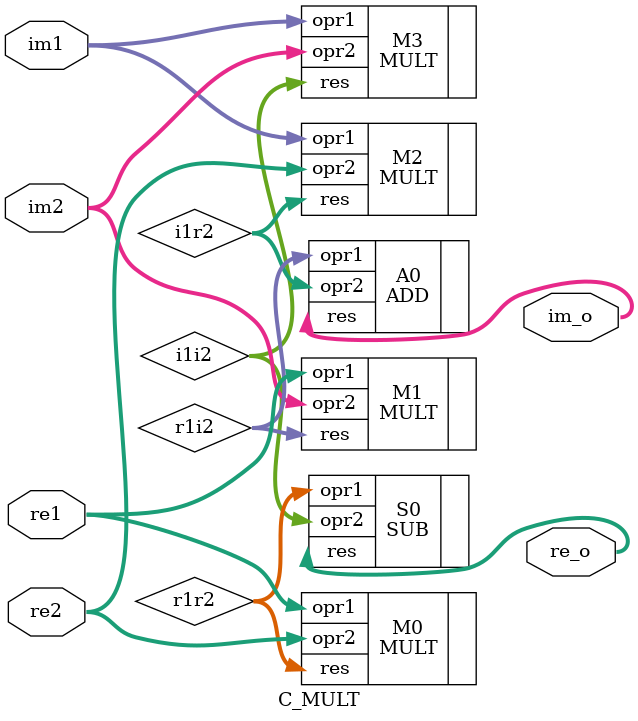
<source format=v>
`timescale 1ns / 1ps

module C_MULT(
	input [31:0] re1,
	input [31:0] re2,
	input [31:0] im1,
	input [31:0] im2,
	
	output [31:0] re_o,
	output [31:0] im_o
	
    );

	wire [31:0] r1r2;
	wire [31:0] i1i2;
	wire [31:0] r1i2;
	wire [31:0] i1r2;

	MULT M0 (.opr1(re1), .opr2(re2), .res(r1r2));
	MULT M1 (.opr1(re1), .opr2(im2), .res(r1i2));
	MULT M2 (.opr1(im1), .opr2(re2), .res(i1r2));
	MULT M3 (.opr1(im1), .opr2(im2), .res(i1i2));
	
	SUB S0 (.opr1(r1r2), .opr2(i1i2), .res(re_o));
	ADD A0 (.opr1(r1i2), .opr2(i1r2), .res(im_o));

endmodule
</source>
